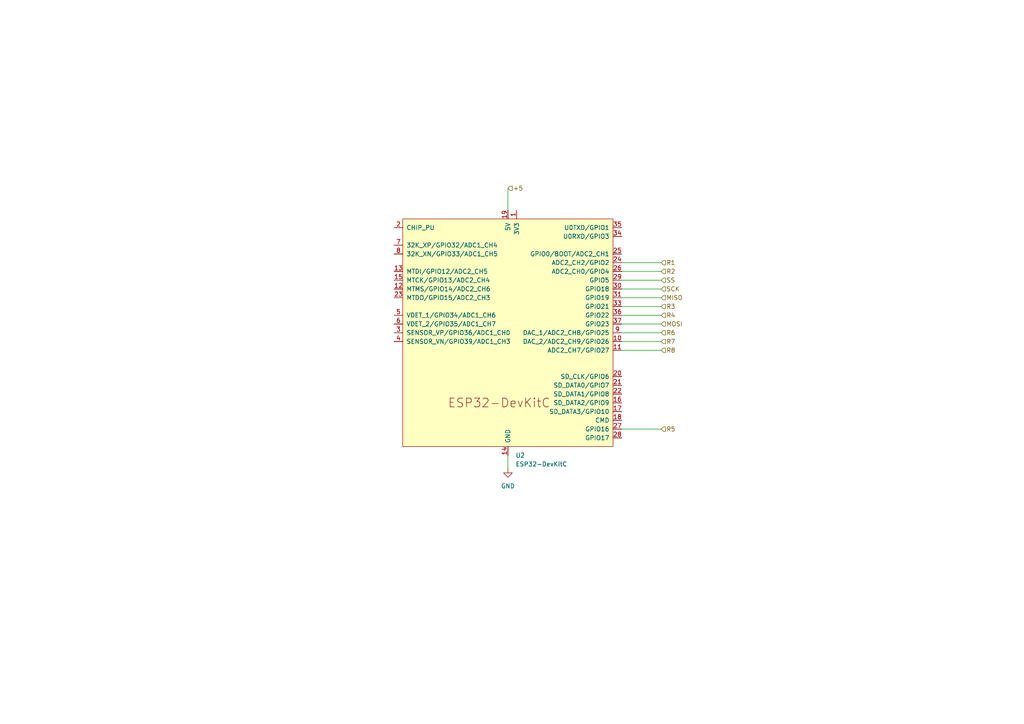
<source format=kicad_sch>
(kicad_sch (version 20230121) (generator eeschema)
  (paper "A4")
  (title_block (title "ESP32") (date "2023-10-10") (rev "1.0.0") (company "IFSC - Projeto Integrador 2"))
  (lib_symbols
    (symbol "ESP:ESP32-DevKitC" (pin_names (offset 1.016))
      (property "Reference" "U" (at -30.48 38.1 0))
      (property "Value" "ESP32-DevKitC" (at -30.48 35.56 0))
      (symbol "ESP32-DevKitC_0_0"
        (text "ESP32-DevKitC" (at -2.54 -20.32 0) (effects (font (size 2.54 2.54))))
        (pin power_in line (at 0 -35.56 90) (length 2.54) (name "GND") (number "14"))
        (pin power_in line (at 0 35.56 270) (length 2.54) (name "5V") (number "19"))
      )
      (symbol "ESP32-DevKitC_0_1"
        (rectangle (start -30.48 33.02) (end 30.48 -33.02) (fill (type background)))
      )
      (symbol "ESP32-DevKitC_1_1"
        (pin power_in line (at 2.54 35.56 270) (length 2.54) (name "3V3") (number "1"))
        (pin bidirectional line (at 33.02 -2.54 180) (length 2.54) (name "DAC_2/ADC2_CH9/GPIO26") (number "10"))
        (pin bidirectional line (at 33.02 -5.08 180) (length 2.54) (name "ADC2_CH7/GPIO27") (number "11"))
        (pin bidirectional line (at -33.02 12.7 0) (length 2.54) (name "MTMS/GPIO14/ADC2_CH6") (number "12"))
        (pin bidirectional line (at -33.02 17.78 0) (length 2.54) (name "MTDI/GPIO12/ADC2_CH5") (number "13"))
        (pin bidirectional line (at -33.02 15.24 0) (length 2.54) (name "MTCK/GPIO13/ADC2_CH4") (number "15"))
        (pin bidirectional line (at 33.02 -20.32 180) (length 2.54) (name "SD_DATA2/GPIO9") (number "16"))
        (pin bidirectional line (at 33.02 -22.86 180) (length 2.54) (name "SD_DATA3/GPIO10") (number "17"))
        (pin bidirectional line (at 33.02 -25.4 180) (length 2.54) (name "CMD") (number "18"))
        (pin input line (at -33.02 30.48 0) (length 2.54) (name "CHIP_PU") (number "2"))
        (pin bidirectional line (at 33.02 -12.7 180) (length 2.54) (name "SD_CLK/GPIO6") (number "20"))
        (pin bidirectional line (at 33.02 -15.24 180) (length 2.54) (name "SD_DATA0/GPIO7") (number "21"))
        (pin bidirectional line (at 33.02 -17.78 180) (length 2.54) (name "SD_DATA1/GPIO8") (number "22"))
        (pin bidirectional line (at -33.02 10.16 0) (length 2.54) (name "MTDO/GPIO15/ADC2_CH3") (number "23"))
        (pin bidirectional line (at 33.02 20.32 180) (length 2.54) (name "ADC2_CH2/GPIO2") (number "24"))
        (pin bidirectional line (at 33.02 22.86 180) (length 2.54) (name "GPIO0/BOOT/ADC2_CH1") (number "25"))
        (pin bidirectional line (at 33.02 17.78 180) (length 2.54) (name "ADC2_CH0/GPIO4") (number "26"))
        (pin bidirectional line (at 33.02 -27.94 180) (length 2.54) (name "GPIO16") (number "27"))
        (pin bidirectional line (at 33.02 -30.48 180) (length 2.54) (name "GPIO17") (number "28"))
        (pin bidirectional line (at 33.02 15.24 180) (length 2.54) (name "GPIO5") (number "29"))
        (pin input line (at -33.02 0 0) (length 2.54) (name "SENSOR_VP/GPIO36/ADC1_CH0") (number "3"))
        (pin bidirectional line (at 33.02 12.7 180) (length 2.54) (name "GPIO18") (number "30"))
        (pin bidirectional line (at 33.02 10.16 180) (length 2.54) (name "GPIO19") (number "31"))
        (pin passive line (at 0 -35.56 90) (length 2.54) hide (name "GND") (number "32"))
        (pin bidirectional line (at 33.02 7.62 180) (length 2.54) (name "GPIO21") (number "33"))
        (pin bidirectional line (at 33.02 27.94 180) (length 2.54) (name "U0RXD/GPIO3") (number "34"))
        (pin bidirectional line (at 33.02 30.48 180) (length 2.54) (name "U0TXD/GPIO1") (number "35"))
        (pin bidirectional line (at 33.02 5.08 180) (length 2.54) (name "GPIO22") (number "36"))
        (pin bidirectional line (at 33.02 2.54 180) (length 2.54) (name "GPIO23") (number "37"))
        (pin passive line (at 0 -35.56 90) (length 2.54) hide (name "GND") (number "38"))
        (pin input line (at -33.02 -2.54 0) (length 2.54) (name "SENSOR_VN/GPIO39/ADC1_CH3") (number "4"))
        (pin input line (at -33.02 5.08 0) (length 2.54) (name "VDET_1/GPIO34/ADC1_CH6") (number "5"))
        (pin input line (at -33.02 2.54 0) (length 2.54) (name "VDET_2/GPIO35/ADC1_CH7") (number "6"))
        (pin bidirectional line (at -33.02 25.4 0) (length 2.54) (name "32K_XP/GPIO32/ADC1_CH4") (number "7"))
        (pin bidirectional line (at -33.02 22.86 0) (length 2.54) (name "32K_XN/GPIO33/ADC1_CH5") (number "8"))
        (pin bidirectional line (at 33.02 0 180) (length 2.54) (name "DAC_1/ADC2_CH8/GPIO25") (number "9"))
      )
    )
    (symbol "power:GND" (power) (pin_names (offset 0))
      (property "Value" "GND" (at 0 -3.81 0))
      (symbol "GND_0_1"
        (polyline (pts (xy 0 0) (xy 0 -1.27) (xy 1.27 -1.27) (xy 0 -2.54) (xy -1.27 -1.27) (xy 0 -1.27)))
      )
      (symbol "GND_1_1"
        (pin power_in line (at 0 0 270) (length 0) hide (name "GND") (number "1"))
      )
    )
  )
  (wire (pts (xy 191.77 83.82) (xy 180.34 83.82)))
  (wire (pts (xy 180.34 124.46) (xy 191.77 124.46)))
  (wire (pts (xy 191.77 101.6) (xy 180.34 101.6)))
  (wire (pts (xy 147.32 54.61) (xy 147.32 60.96)))
  (wire (pts (xy 180.34 76.2) (xy 191.77 76.2)))
  (wire (pts (xy 180.34 78.74) (xy 191.77 78.74)))
  (wire (pts (xy 191.77 96.52) (xy 180.34 96.52)))
  (wire (pts (xy 191.77 93.98) (xy 180.34 93.98)))
  (wire (pts (xy 191.77 86.36) (xy 180.34 86.36)))
  (wire (pts (xy 191.77 91.44) (xy 180.34 91.44)))
  (wire (pts (xy 147.32 132.08) (xy 147.32 135.89)))
  (wire (pts (xy 191.77 88.9) (xy 180.34 88.9)))
  (wire (pts (xy 180.34 81.28) (xy 191.77 81.28)))
  (wire (pts (xy 191.77 99.06) (xy 180.34 99.06)))
  (hierarchical_label "+5" (shape input) (at 147.32 54.61 0))
  (hierarchical_label "R6" (shape input) (at 191.77 96.52 0))
  (hierarchical_label "R2" (shape input) (at 191.77 78.74 0))
  (hierarchical_label "R3" (shape input) (at 191.77 88.9 0))
  (hierarchical_label "MISO" (shape input) (at 191.77 86.36 0))
  (hierarchical_label "R1" (shape input) (at 191.77 76.2 0))
  (hierarchical_label "R7" (shape input) (at 191.77 99.06 0))
  (hierarchical_label "R8" (shape input) (at 191.77 101.6 0))
  (hierarchical_label "R5" (shape input) (at 191.77 124.46 0))
  (hierarchical_label "R4" (shape input) (at 191.77 91.44 0))
  (hierarchical_label "SS" (shape input) (at 191.77 81.28 0))
  (hierarchical_label "SCK" (shape input) (at 191.77 83.82 0))
  (hierarchical_label "MOSI" (shape input) (at 191.77 93.98 0))
  (symbol (lib_id "ESP:ESP32-DevKitC") (at 147.32 96.52 0) (unit 1)
    (property "Reference" "U2" (at 149.5141 132.08 0) (effects (justify left)))
    (property "Value" "ESP32-DevKitC" (at 149.5141 134.62 0) (effects (justify left)))
    (property "Footprint" "PI:ESP32-DevKitC" (effects hide))
    (property "Datasheet" "https://docs.espressif.com/projects/esp-idf/zh_CN/latest/esp32/hw-reference/esp32/get-started-devkitc.html" (effects hide))
    (instances (project "main" (path "" (reference "U2") (unit 1))) (project "main" (path "" (reference "U5") (unit 1)) (path "" (reference "U5") (unit 1))))
  )
  (symbol (lib_id "power:GND") (at 147.32 135.89 0) (unit 1)
    (property "Reference" "#PWR06" (effects hide))
    (property "Value" "GND" (at 147.32 140.97 0))
    (instances (project "main" (path "" (reference "#PWR06") (unit 1))) (project "main" (path "" (reference "#PWR09") (unit 1))))
  )
)
</source>
